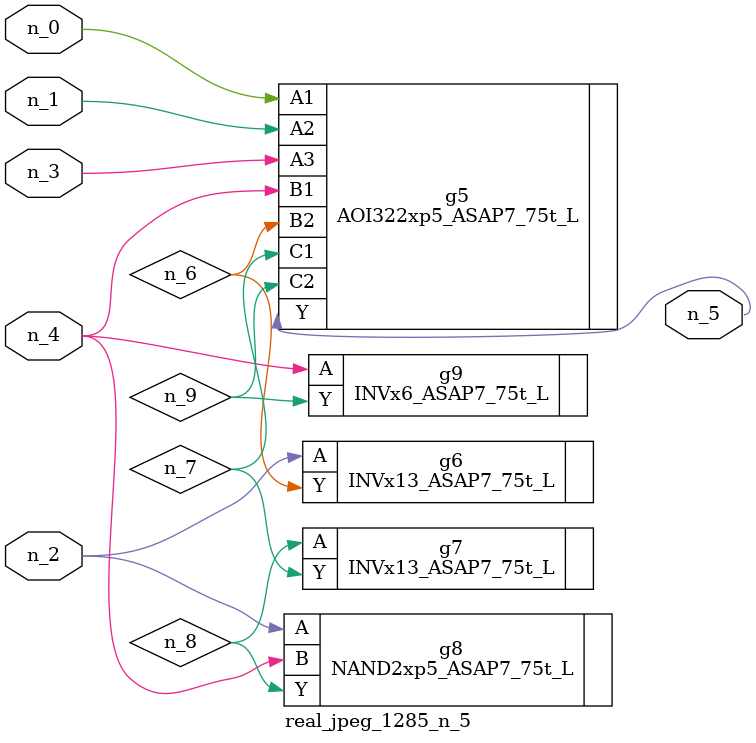
<source format=v>
module real_jpeg_1285_n_5 (n_4, n_0, n_1, n_2, n_3, n_5);

input n_4;
input n_0;
input n_1;
input n_2;
input n_3;

output n_5;

wire n_8;
wire n_6;
wire n_7;
wire n_9;

AOI322xp5_ASAP7_75t_L g5 ( 
.A1(n_0),
.A2(n_1),
.A3(n_3),
.B1(n_4),
.B2(n_6),
.C1(n_7),
.C2(n_9),
.Y(n_5)
);

INVx13_ASAP7_75t_L g6 ( 
.A(n_2),
.Y(n_6)
);

NAND2xp5_ASAP7_75t_L g8 ( 
.A(n_2),
.B(n_4),
.Y(n_8)
);

INVx6_ASAP7_75t_L g9 ( 
.A(n_4),
.Y(n_9)
);

INVx13_ASAP7_75t_L g7 ( 
.A(n_8),
.Y(n_7)
);


endmodule
</source>
